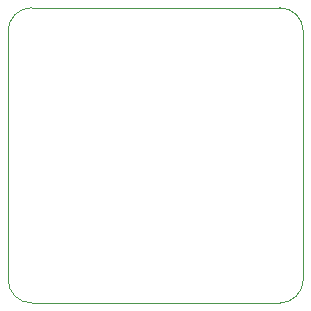
<source format=gm1>
G04 #@! TF.GenerationSoftware,KiCad,Pcbnew,(6.99.0-1912-g359c99991b)*
G04 #@! TF.CreationDate,2022-08-15T10:18:15+07:00*
G04 #@! TF.ProjectId,rp2040_bento,72703230-3430-45f6-9265-6e746f2e6b69,1*
G04 #@! TF.SameCoordinates,Original*
G04 #@! TF.FileFunction,Profile,NP*
%FSLAX46Y46*%
G04 Gerber Fmt 4.6, Leading zero omitted, Abs format (unit mm)*
G04 Created by KiCad (PCBNEW (6.99.0-1912-g359c99991b)) date 2022-08-15 10:18:15*
%MOMM*%
%LPD*%
G01*
G04 APERTURE LIST*
G04 #@! TA.AperFunction,Profile*
%ADD10C,0.100000*%
G04 #@! TD*
G04 APERTURE END LIST*
D10*
X2000000Y0D02*
X23000000Y0D01*
X25000000Y-2000000D02*
G75*
G03*
X23000000Y0I-2000000J0D01*
G01*
X2000000Y0D02*
G75*
G03*
X0Y-2000000I-1J-1999999D01*
G01*
X23000000Y-25000000D02*
G75*
G03*
X25000000Y-23000000I0J2000000D01*
G01*
X25000000Y-2000000D02*
X25000000Y-23000000D01*
X2000000Y-25000000D02*
X23000000Y-25000000D01*
X0Y-23000000D02*
G75*
G03*
X2000000Y-25000000I1999995J-5D01*
G01*
X0Y-23000000D02*
X0Y-2000000D01*
M02*

</source>
